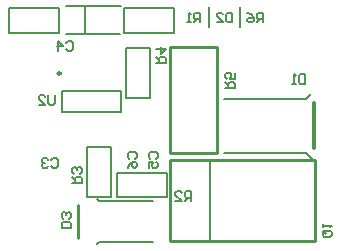
<source format=gbo>
G04*
G04 #@! TF.GenerationSoftware,Altium Limited,Altium Designer,20.2.3 (150)*
G04*
G04 Layer_Color=32896*
%FSLAX24Y24*%
%MOIN*%
G70*
G04*
G04 #@! TF.SameCoordinates,C58E96D0-57B0-4EE0-BF03-278DEEB4FD21*
G04*
G04*
G04 #@! TF.FilePolarity,Positive*
G04*
G01*
G75*
%ADD10C,0.0079*%
%ADD11C,0.0063*%
%ADD36C,0.0100*%
%ADD50C,0.0098*%
%ADD51C,0.0050*%
%ADD52C,0.0051*%
%ADD53C,0.0118*%
%ADD54C,0.0060*%
%ADD55C,0.0080*%
D10*
X3834Y4596D02*
Y5304D01*
X1866Y4596D02*
Y5304D01*
Y4596D02*
X3834D01*
X1866Y5304D02*
X3834D01*
X6750Y7450D02*
Y8100D01*
X7800Y7450D02*
Y8100D01*
X10000Y3250D02*
X10200Y3050D01*
X7250Y3250D02*
X10000D01*
Y5050D02*
X10150Y5200D01*
X9950Y5050D02*
X10000D01*
X7250D02*
X9950D01*
D11*
X1612Y5157D02*
Y4895D01*
X1560Y4843D01*
X1455D01*
X1402Y4895D01*
Y5157D01*
X1088Y4843D02*
X1298D01*
X1088Y5052D01*
Y5105D01*
X1140Y5157D01*
X1245D01*
X1298Y5105D01*
X8562Y7593D02*
Y7907D01*
X8405D01*
X8352Y7855D01*
Y7750D01*
X8405Y7698D01*
X8562D01*
X8457D02*
X8352Y7593D01*
X8038Y7907D02*
X8143Y7855D01*
X8248Y7750D01*
Y7645D01*
X8195Y7593D01*
X8090D01*
X8038Y7645D01*
Y7698D01*
X8090Y7750D01*
X8248D01*
X4993Y6238D02*
X5307D01*
Y6395D01*
X5255Y6448D01*
X5150D01*
X5098Y6395D01*
Y6238D01*
Y6343D02*
X4993Y6448D01*
Y6710D02*
X5307D01*
X5150Y6552D01*
Y6762D01*
X2193Y2238D02*
X2507D01*
Y2395D01*
X2455Y2448D01*
X2350D01*
X2298Y2395D01*
Y2238D01*
Y2343D02*
X2193Y2448D01*
X2455Y2552D02*
X2507Y2605D01*
Y2710D01*
X2455Y2762D01*
X2402D01*
X2350Y2710D01*
Y2657D01*
Y2710D01*
X2298Y2762D01*
X2245D01*
X2193Y2710D01*
Y2605D01*
X2245Y2552D01*
X6162Y1643D02*
Y1957D01*
X6005D01*
X5952Y1905D01*
Y1800D01*
X6005Y1748D01*
X6162D01*
X6057D02*
X5952Y1643D01*
X5638D02*
X5848D01*
X5638Y1852D01*
Y1905D01*
X5690Y1957D01*
X5795D01*
X5848Y1905D01*
X6460Y7593D02*
Y7907D01*
X6302D01*
X6250Y7855D01*
Y7750D01*
X6302Y7698D01*
X6460D01*
X6355D02*
X6250Y7593D01*
X6145D02*
X6040D01*
X6093D01*
Y7907D01*
X6145Y7855D01*
X2157Y738D02*
X1843D01*
Y895D01*
X1895Y948D01*
X2105D01*
X2157Y895D01*
Y738D01*
X2105Y1052D02*
X2157Y1105D01*
Y1210D01*
X2105Y1262D01*
X2052D01*
X2000Y1210D01*
Y1157D01*
Y1210D01*
X1948Y1262D01*
X1895D01*
X1843Y1210D01*
Y1105D01*
X1895Y1052D01*
X4095Y3052D02*
X4043Y3105D01*
Y3210D01*
X4095Y3262D01*
X4305D01*
X4357Y3210D01*
Y3105D01*
X4305Y3052D01*
X4043Y2738D02*
X4095Y2843D01*
X4200Y2948D01*
X4305D01*
X4357Y2895D01*
Y2790D01*
X4305Y2738D01*
X4252D01*
X4200Y2790D01*
Y2948D01*
X4795Y3052D02*
X4743Y3105D01*
Y3210D01*
X4795Y3262D01*
X5005D01*
X5057Y3210D01*
Y3105D01*
X5005Y3052D01*
X4743Y2738D02*
Y2948D01*
X4900D01*
X4848Y2843D01*
Y2790D01*
X4900Y2738D01*
X5005D01*
X5057Y2790D01*
Y2895D01*
X5005Y2948D01*
X2002Y6905D02*
X2055Y6957D01*
X2160D01*
X2212Y6905D01*
Y6695D01*
X2160Y6643D01*
X2055D01*
X2002Y6695D01*
X1740Y6643D02*
Y6957D01*
X1898Y6800D01*
X1688D01*
X1502Y3005D02*
X1555Y3057D01*
X1660D01*
X1712Y3005D01*
Y2795D01*
X1660Y2743D01*
X1555D01*
X1502Y2795D01*
X1398Y3005D02*
X1345Y3057D01*
X1240D01*
X1188Y3005D01*
Y2952D01*
X1240Y2900D01*
X1293D01*
X1240D01*
X1188Y2848D01*
Y2795D01*
X1240Y2743D01*
X1345D01*
X1398Y2795D01*
X7535Y7907D02*
Y7593D01*
X7378D01*
X7325Y7645D01*
Y7855D01*
X7378Y7907D01*
X7535D01*
X7011Y7593D02*
X7221D01*
X7011Y7802D01*
Y7855D01*
X7063Y7907D01*
X7168D01*
X7221Y7855D01*
X9960Y5857D02*
Y5543D01*
X9802D01*
X9750Y5595D01*
Y5805D01*
X9802Y5857D01*
X9960D01*
X9645Y5543D02*
X9540D01*
X9593D01*
Y5857D01*
X9645Y5805D01*
X7293Y5388D02*
X7607D01*
Y5545D01*
X7555Y5598D01*
X7450D01*
X7398Y5545D01*
Y5388D01*
Y5493D02*
X7293Y5598D01*
X7607Y5912D02*
Y5702D01*
X7450D01*
X7502Y5807D01*
Y5860D01*
X7450Y5912D01*
X7345D01*
X7293Y5860D01*
Y5755D01*
X7345Y5702D01*
X10595Y650D02*
X10805D01*
X10857Y598D01*
Y493D01*
X10805Y440D01*
X10595D01*
X10543Y493D01*
Y598D01*
X10648Y545D02*
X10543Y650D01*
Y598D02*
X10595Y650D01*
X10543Y755D02*
Y860D01*
Y807D01*
X10857D01*
X10805Y755D01*
D36*
X7030Y3245D02*
Y6755D01*
X5470Y3245D02*
X7030D01*
X5470D02*
Y6755D01*
X7030D01*
X2400Y400D02*
Y1500D01*
X5470Y290D02*
Y3010D01*
Y290D02*
X10280D01*
Y3010D01*
X5470D02*
X10280D01*
D50*
X1815Y5895D02*
G03*
X1815Y5895I-49J0D01*
G01*
D51*
X86Y8055D02*
X1746D01*
X86Y7245D02*
Y8055D01*
Y7245D02*
X1746D01*
Y8055D01*
X3920Y7245D02*
X5580D01*
Y8055D01*
X3920D02*
X5580D01*
X3920Y7245D02*
Y8055D01*
X3995Y5070D02*
Y6730D01*
Y5070D02*
X4805D01*
Y6730D01*
X3995D02*
X4805D01*
X2002Y8129D02*
X3807D01*
X1985Y7206D02*
X3806D01*
X3505Y1770D02*
Y3430D01*
X2695D02*
X3505D01*
X2695Y1770D02*
Y3430D01*
Y1770D02*
X3505D01*
X3705Y2580D02*
X5365D01*
X3705Y1770D02*
Y2580D01*
Y1770D02*
X5365D01*
Y2580D01*
D52*
X2624Y7214D02*
Y8100D01*
D53*
X10250Y3400D02*
Y4900D01*
D54*
X3025Y200D02*
X3100Y275D01*
X4900D01*
X3025Y1700D02*
X3100Y1625D01*
X4900D01*
D55*
X6780Y330D02*
Y2970D01*
M02*

</source>
